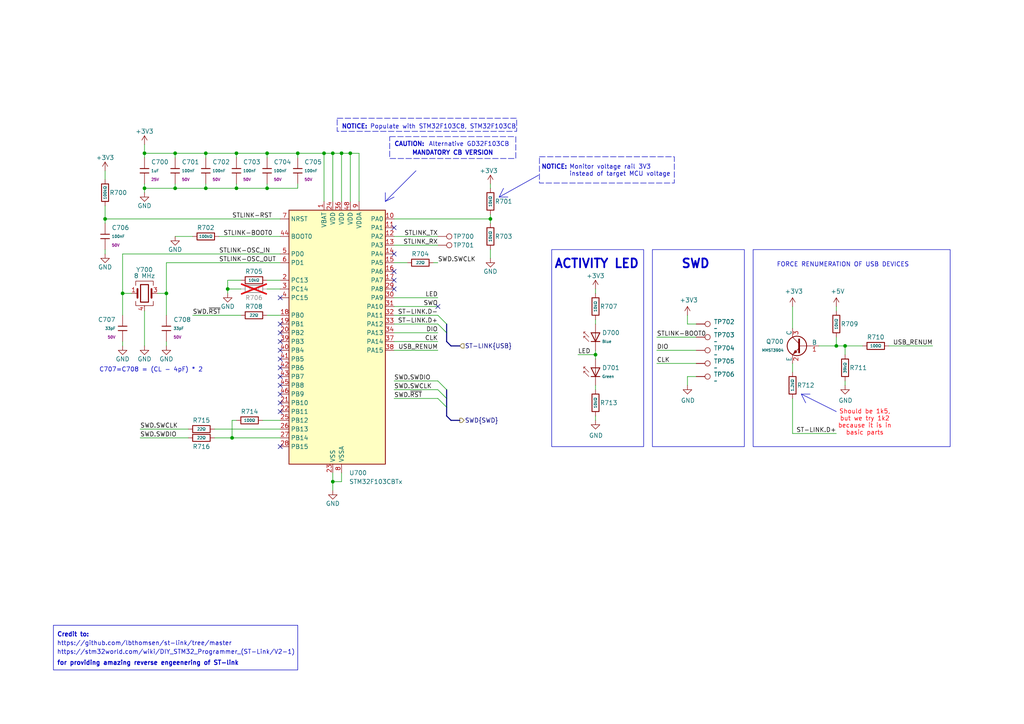
<source format=kicad_sch>
(kicad_sch (version 20231120) (generator "eeschema") (generator_version "8.0")
  (paper "A4")
  (title_block (title "ModuCard base module") (date "2025-02-18") (rev "1.0.0") (company "KoNaR") (comment 1 "Base project authors: Dominik Pluta, Artem Horiunov") (comment 2 "Project author: <author>"))
  (junction (at 66.04 83.82))
  (junction (at 41.91 44.45))
  (junction (at 68.58 54.61))
  (junction (at 30.48 63.5))
  (junction (at 86.36 44.45))
  (junction (at 93.98 44.45))
  (junction (at 41.91 54.61))
  (junction (at 101.6 44.45))
  (junction (at 68.58 44.45))
  (junction (at 77.47 44.45))
  (junction (at 245.11 100.33))
  (junction (at 50.8 44.45))
  (junction (at 35.56 85.09))
  (junction (at 172.72 102.87))
  (junction (at 99.06 44.45))
  (junction (at 59.69 44.45))
  (junction (at 67.31 127))
  (junction (at 96.52 139.7))
  (junction (at 59.69 54.61))
  (junction (at 242.57 100.33))
  (junction (at 50.8 54.61))
  (junction (at 96.52 44.45))
  (junction (at 48.26 85.09))
  (junction (at 77.47 54.61))
  (junction (at 142.24 63.5))
  (no_connect (at 114.3 73.66))
  (no_connect (at 81.28 96.52))
  (no_connect (at 81.28 104.14))
  (no_connect (at 81.28 86.36))
  (no_connect (at 81.28 119.38))
  (no_connect (at 81.28 109.22))
  (no_connect (at 114.3 83.82))
  (no_connect (at 81.28 111.76))
  (no_connect (at 81.28 129.54))
  (no_connect (at 114.3 66.04))
  (no_connect (at 81.28 93.98))
  (no_connect (at 114.3 81.28))
  (no_connect (at 127 88.9))
  (no_connect (at 81.28 99.06))
  (no_connect (at 114.3 78.74))
  (no_connect (at 81.28 116.84))
  (no_connect (at 81.28 114.3))
  (no_connect (at 81.28 101.6))
  (no_connect (at 81.28 106.68))
  (bus_entry (at 127 113.03) (size 2.54 2.54))
  (bus_entry (at 127 93.98) (size 2.54 2.54))
  (bus_entry (at 127 91.44) (size 2.54 2.54))
  (bus_entry (at 127 115.57) (size 2.54 2.54))
  (bus_entry (at 127 110.49) (size 2.54 2.54))
  (wire (pts (xy 199.39 109.22) (xy 199.39 111.76)))
  (polyline (pts (xy 242.57 119.38) (xy 232.41 114.3)))
  (wire (pts (xy 30.48 63.5) (xy 81.28 63.5)))
  (wire (pts (xy 114.3 71.12) (xy 127 71.12)))
  (bus (pts (xy 130.81 100.33) (xy 129.54 99.06)))
  (wire (pts (xy 245.11 110.49) (xy 245.11 111.76)))
  (wire (pts (xy 229.87 125.73) (xy 242.57 125.73)))
  (wire (pts (xy 242.57 100.33) (xy 245.11 100.33)))
  (bus (pts (xy 129.54 96.52) (xy 129.54 99.06)))
  (wire (pts (xy 40.64 127) (xy 54.61 127)))
  (wire (pts (xy 101.6 44.45) (xy 101.6 58.42)))
  (bus (pts (xy 130.81 121.92) (xy 133.35 121.92)))
  (wire (pts (xy 40.64 124.46) (xy 54.61 124.46)))
  (wire (pts (xy 104.14 58.42) (xy 104.14 44.45)))
  (wire (pts (xy 77.47 54.61) (xy 86.36 54.61)))
  (wire (pts (xy 41.91 41.91) (xy 41.91 44.45)))
  (wire (pts (xy 50.8 44.45) (xy 59.69 44.45)))
  (wire (pts (xy 35.56 73.66) (xy 35.56 85.09)))
  (polyline (pts (xy 111.76 55.88) (xy 111.76 58.42)))
  (wire (pts (xy 114.3 91.44) (xy 127 91.44)))
  (wire (pts (xy 68.58 53.34) (xy 68.58 54.61)))
  (wire (pts (xy 114.3 76.2) (xy 118.11 76.2)))
  (wire (pts (xy 114.3 88.9) (xy 127 88.9)))
  (wire (pts (xy 190.5 97.79) (xy 201.93 97.79)))
  (wire (pts (xy 67.31 121.92) (xy 67.31 127)))
  (wire (pts (xy 96.52 139.7) (xy 96.52 142.24)))
  (wire (pts (xy 127 101.6) (xy 114.3 101.6)))
  (wire (pts (xy 142.24 63.5) (xy 142.24 64.77)))
  (wire (pts (xy 114.3 110.49) (xy 127 110.49)))
  (bus (pts (xy 130.81 100.33) (xy 133.35 100.33)))
  (wire (pts (xy 242.57 100.33) (xy 237.49 100.33)))
  (bus (pts (xy 129.54 120.65) (xy 130.81 121.92)))
  (wire (pts (xy 104.14 44.45) (xy 101.6 44.45)))
  (wire (pts (xy 99.06 137.16) (xy 99.06 139.7)))
  (polyline (pts (xy 232.41 114.3) (xy 233.68 116.84)))
  (wire (pts (xy 35.56 73.66) (xy 81.28 73.66)))
  (wire (pts (xy 66.04 81.28) (xy 66.04 83.82)))
  (wire (pts (xy 30.48 63.5) (xy 30.48 64.77)))
  (wire (pts (xy 245.11 102.87) (xy 245.11 100.33)))
  (wire (pts (xy 67.31 121.92) (xy 68.58 121.92)))
  (wire (pts (xy 41.91 90.17) (xy 41.91 100.33)))
  (wire (pts (xy 172.72 121.92) (xy 172.72 120.65)))
  (wire (pts (xy 77.47 81.28) (xy 81.28 81.28)))
  (wire (pts (xy 77.47 44.45) (xy 86.36 44.45)))
  (wire (pts (xy 59.69 44.45) (xy 59.69 45.72)))
  (wire (pts (xy 101.6 44.45) (xy 99.06 44.45)))
  (wire (pts (xy 55.88 91.44) (xy 69.85 91.44)))
  (wire (pts (xy 270.51 100.33) (xy 257.81 100.33)))
  (wire (pts (xy 199.39 91.44) (xy 199.39 93.98)))
  (wire (pts (xy 229.87 105.41) (xy 229.87 107.95)))
  (wire (pts (xy 190.5 105.41) (xy 201.93 105.41)))
  (wire (pts (xy 59.69 44.45) (xy 68.58 44.45)))
  (wire (pts (xy 127 86.36) (xy 114.3 86.36)))
  (bus (pts (xy 129.54 115.57) (xy 129.54 113.03)))
  (wire (pts (xy 35.56 85.09) (xy 35.56 91.44)))
  (wire (pts (xy 68.58 44.45) (xy 77.47 44.45)))
  (wire (pts (xy 50.8 44.45) (xy 50.8 45.72)))
  (wire (pts (xy 96.52 139.7) (xy 99.06 139.7)))
  (wire (pts (xy 114.3 93.98) (xy 127 93.98)))
  (polyline (pts (xy 232.41 114.3) (xy 234.95 114.3)))
  (wire (pts (xy 62.23 124.46) (xy 81.28 124.46)))
  (wire (pts (xy 242.57 97.79) (xy 242.57 100.33)))
  (bus (pts (xy 129.54 118.11) (xy 129.54 120.65)))
  (wire (pts (xy 142.24 62.23) (xy 142.24 63.5)))
  (wire (pts (xy 41.91 54.61) (xy 50.8 54.61)))
  (wire (pts (xy 127 99.06) (xy 114.3 99.06)))
  (polyline (pts (xy 111.76 58.42) (xy 114.3 57.15)))
  (wire (pts (xy 99.06 44.45) (xy 99.06 58.42)))
  (wire (pts (xy 114.3 113.03) (xy 127 113.03)))
  (wire (pts (xy 63.5 68.58) (xy 81.28 68.58)))
  (wire (pts (xy 86.36 53.34) (xy 86.36 54.61)))
  (wire (pts (xy 30.48 72.39) (xy 30.48 73.66)))
  (wire (pts (xy 229.87 115.57) (xy 229.87 125.73)))
  (wire (pts (xy 172.72 85.09) (xy 172.72 83.82)))
  (wire (pts (xy 48.26 85.09) (xy 48.26 91.44)))
  (wire (pts (xy 93.98 44.45) (xy 96.52 44.45)))
  (wire (pts (xy 41.91 44.45) (xy 50.8 44.45)))
  (wire (pts (xy 81.28 83.82) (xy 77.47 83.82)))
  (wire (pts (xy 45.72 85.09) (xy 48.26 85.09)))
  (wire (pts (xy 77.47 53.34) (xy 77.47 54.61)))
  (wire (pts (xy 41.91 53.34) (xy 41.91 54.61)))
  (wire (pts (xy 142.24 53.34) (xy 142.24 54.61)))
  (wire (pts (xy 50.8 68.58) (xy 55.88 68.58)))
  (wire (pts (xy 76.2 121.92) (xy 81.28 121.92)))
  (wire (pts (xy 86.36 44.45) (xy 93.98 44.45)))
  (wire (pts (xy 114.3 68.58) (xy 127 68.58)))
  (wire (pts (xy 30.48 49.53) (xy 30.48 52.07)))
  (wire (pts (xy 67.31 127) (xy 81.28 127)))
  (wire (pts (xy 142.24 72.39) (xy 142.24 74.93)))
  (wire (pts (xy 50.8 53.34) (xy 50.8 54.61)))
  (wire (pts (xy 66.04 81.28) (xy 69.85 81.28)))
  (wire (pts (xy 77.47 44.45) (xy 77.47 45.72)))
  (wire (pts (xy 114.3 63.5) (xy 142.24 63.5)))
  (bus (pts (xy 129.54 115.57) (xy 129.54 118.11)))
  (bus (pts (xy 129.54 93.98) (xy 129.54 96.52)))
  (wire (pts (xy 48.26 76.2) (xy 81.28 76.2)))
  (wire (pts (xy 59.69 53.34) (xy 59.69 54.61)))
  (wire (pts (xy 172.72 111.76) (xy 172.72 113.03)))
  (wire (pts (xy 30.48 59.69) (xy 30.48 63.5)))
  (wire (pts (xy 242.57 88.9) (xy 242.57 90.17)))
  (wire (pts (xy 229.87 88.9) (xy 229.87 95.25)))
  (polyline (pts (xy 156.21 50.8) (xy 144.78 57.15)))
  (wire (pts (xy 66.04 83.82) (xy 66.04 85.09)))
  (wire (pts (xy 68.58 54.61) (xy 77.47 54.61)))
  (wire (pts (xy 48.26 76.2) (xy 48.26 85.09)))
  (wire (pts (xy 77.47 91.44) (xy 81.28 91.44)))
  (wire (pts (xy 250.19 100.33) (xy 245.11 100.33)))
  (polyline (pts (xy 144.78 57.15) (xy 147.32 57.15)))
  (wire (pts (xy 41.91 44.45) (xy 41.91 45.72)))
  (wire (pts (xy 41.91 54.61) (xy 41.91 55.88)))
  (wire (pts (xy 35.56 85.09) (xy 38.1 85.09)))
  (wire (pts (xy 114.3 96.52) (xy 127 96.52)))
  (wire (pts (xy 190.5 101.6) (xy 201.93 101.6)))
  (wire (pts (xy 50.8 54.61) (xy 59.69 54.61)))
  (wire (pts (xy 93.98 44.45) (xy 93.98 58.42)))
  (wire (pts (xy 199.39 93.98) (xy 201.93 93.98)))
  (wire (pts (xy 96.52 44.45) (xy 96.52 58.42)))
  (wire (pts (xy 114.3 115.57) (xy 127 115.57)))
  (wire (pts (xy 48.26 99.06) (xy 48.26 100.33)))
  (wire (pts (xy 172.72 93.98) (xy 172.72 92.71)))
  (wire (pts (xy 62.23 127) (xy 67.31 127)))
  (wire (pts (xy 68.58 44.45) (xy 68.58 45.72)))
  (polyline (pts (xy 144.78 57.15) (xy 146.05 54.61)))
  (wire (pts (xy 201.93 109.22) (xy 199.39 109.22)))
  (wire (pts (xy 172.72 102.87) (xy 167.64 102.87)))
  (wire (pts (xy 66.04 83.82) (xy 69.85 83.82)))
  (wire (pts (xy 125.73 76.2) (xy 127 76.2)))
  (wire (pts (xy 35.56 99.06) (xy 35.56 100.33)))
  (wire (pts (xy 59.69 54.61) (xy 68.58 54.61)))
  (wire (pts (xy 172.72 101.6) (xy 172.72 102.87)))
  (wire (pts (xy 96.52 137.16) (xy 96.52 139.7)))
  (wire (pts (xy 86.36 45.72) (xy 86.36 44.45)))
  (wire (pts (xy 99.06 44.45) (xy 96.52 44.45)))
  (wire (pts (xy 172.72 104.14) (xy 172.72 102.87)))
  (polyline (pts (xy 120.65 49.53) (xy 111.76 58.42)))
  (rectangle (start 218.44 72.39) (end 275.59 129.54))
  (rectangle (start 189.23 72.39) (end 215.9 129.54))
  (rectangle (start 113.03 39.624) (end 149.606 45.974) (stroke (width 0) (type dash)))
  (rectangle (start 160.02 72.39) (end 186.69 129.54))
  (rectangle (start 15.494 181.356) (end 86.36 194.31))
  (rectangle (start 156.464 45.466) (end 195.58 53.086) (stroke (width 0) (type dash)))
  (rectangle (start 97.79 34.29) (end 149.86 38.1) (stroke (width 0) (type dash)))
  (text "Alternative GD32F103CB " (at 136.525 41.91 0) (effects (font (size 1.27 1.27))))
  (text "SWD\n" (at 197.485 78.105 0) (effects (font (size 2.54 2.54) (thickness 0.508) (bold yes)) (justify left bottom)))
  (text "NOTICE:" (at 99.06 36.83 0) (effects (font (size 1.27 1.27) (bold yes)) (justify left)))
  (text "C707=C708 = (CL - 4pF) * 2\n" (at 43.815 107.315 0) (effects (font (size 1.27 1.27))))
  (text "Monitor voltage rail 3V3 \ninstead of target MCU voltage" (at 165.1 49.53 0) (effects (font (size 1.27 1.27)) (justify left)))
  (text "https://stm32world.com/wiki/DIY_STM32_Programmer_(ST-Link/V2-1)" (at 16.51 189.23 0) (effects (font (size 1.27 1.27)) (justify left)))
  (text "CAUTION:" (at 118.745 41.91 0) (effects (font (size 1.27 1.27) (bold yes))))
  (text "Populate with STM32F103C8, STM32F103CB\n" (at 107.315 36.83 0) (effects (font (size 1.27 1.27)) (justify left)))
  (text "Should be 1k5,\nbut we try 1k2\nbecause it is in\nbasic parts" (at 250.825 122.555 0) (effects (font (size 1.27 1.27))))
  (text "ACTIVITY LED\n" (at 160.655 78.105 0) (effects (font (size 2.54 2.54) (thickness 0.508) (bold yes)) (justify left bottom)))
  (text "for providing amazing reverse engeenering of ST-link\n" (at 16.51 192.405 0) (effects (font (size 1.27 1.27) (bold yes)) (justify left)))
  (text " MANDATORY CB VERSION" (at 130.81 44.45 0) (effects (font (size 1.27 1.27) (bold yes))))
  (text "FORCE RENUMERATION OF USB DEVICES" (at 244.475 76.835 0) (effects (font (size 1.27 1.27))))
  (text "https://github.com/lbthomsen/st-link/tree/master" (at 16.51 186.69 0) (effects (font (size 1.27 1.27)) (justify left)))
  (text "NOTICE:" (at 160.782 48.514 0) (effects (font (size 1.27 1.27) (bold yes))))
  (text "Credit to:" (at 16.51 184.15 0) (effects (font (size 1.27 1.27) (bold yes)) (justify left)))
  (label "STLINK_RX" (at 127 71.12 180))
  (label "STLINK-BOOT0" (at 190.5 97.79 0))
  (label "SWO" (at 127 88.9 180))
  (label "ST-LINK.D-" (at 127 91.44 180))
  (label "USB_RENUM" (at 127 101.6 180))
  (label "SWD.SWDIO" (at 114.3 110.49 0))
  (label "STLINK_TX" (at 127 68.58 180))
  (label "STLINK-BOOT0" (at 64.77 68.58 0))
  (label "SWD.SWCLK" (at 114.3 113.03 0))
  (label "SWD.SWDIO" (at 40.64 127 0))
  (label "CLK" (at 190.5 105.41 0))
  (label "LED" (at 127 86.36 180))
  (label "LED" (at 167.64 102.87 0))
  (label "STLINK-RST" (at 67.31 63.5 0))
  (label "STLINK-OSC_OUT" (at 63.5 76.2 0))
  (label "ST-LINK.D+" (at 127 93.98 180))
  (label "USB_RENUM" (at 270.51 100.33 180))
  (label "SWD.~{RST}" (at 114.3 115.57 0))
  (label "SWD.SWCLK" (at 127 76.2 0))
  (label "STLINK-OSC_IN" (at 63.5 73.66 0))
  (label "ST-LINK.D+" (at 242.57 125.73 180))
  (label "SWD.~{RST}" (at 55.88 91.44 0))
  (label "SWD.SWCLK" (at 40.64 124.46 0))
  (label "DIO" (at 190.5 101.6 0))
  (label "CLK" (at 127 99.06 180))
  (label "DIO" (at 127 96.52 180))
  (hierarchical_label "SWD{SWD}" (shape output) (at 133.35 121.92 0))
  (hierarchical_label "ST-LINK{USB}" (shape input) (at 133.35 100.33 0))
  (symbol (lib_id "PCM_JLCPCB-Capacitors:0402,33pF") (at 35.56 95.25 0) (unit 1)
    (property "Reference" "C707" (at 33.528 92.7099 0) (effects (justify right)))
    (property "Value" "33pF" (at 33.528 95.25 0) (effects (font (size 0.8 0.8)) (justify right)))
    (property "Footprint" "PCM_JLCPCB:C_0402" (effects (hide yes)))
    (property "Datasheet" "https://www.lcsc.com/datasheet/lcsc_datasheet_2304140030_FH--Guangdong-Fenghua-Advanced-Tech-0402CG330J500NT_C1562.pdf" (effects (hide yes)))
    (property "Description" "50V 33pF C0G ±5% 0402 Multilayer Ceramic Capacitors MLCC - SMD/SMT ROHS" (effects (hide yes)))
    (property "LCSC" "C1562" (effects (hide yes)))
    (property "Stock" "1088254" (effects (hide yes)))
    (property "Price" "0.004USD" (effects (hide yes)))
    (property "Process" "SMT" (effects (hide yes)))
    (property "Minimum Qty" "20" (effects (hide yes)))
    (property "Attrition Qty" "10" (effects (hide yes)))
    (property "Class" "Basic Component" (effects (hide yes)))
    (property "Category" "Capacitors,Multilayer Ceramic Capacitors MLCC - SMD/SMT" (effects (hide yes)))
    (property "Manufacturer" "FH(Guangdong Fenghua Advanced Tech)" (effects (hide yes)))
    (property "Part" "0402CG330J500NT" (effects (hide yes)))
    (property "Voltage Rated" "50V" (at 33.528 97.79 0) (effects (font (size 0.8 0.8)) (justify right)))
    (property "Tolerance" "±5%" (effects (hide yes)))
    (property "Capacitance" "33pF" (effects (hide yes)))
    (property "Temperature Coefficient" "C0G" (effects (hide yes)))
  )
  (symbol (lib_id "PCM_JLCPCB-Resistors:0402,1.2kΩ") (at 229.87 111.76 0) (unit 1)
    (property "Reference" "R712" (at 231.14 111.76 0) (effects (justify left)))
    (property "Value" "1.2kΩ" (at 229.87 111.76 90) (effects (font (size 0.8 0.8))))
    (property "Footprint" "PCM_JLCPCB:R_0402" (effects (hide yes)))
    (property "Datasheet" "https://www.lcsc.com/datasheet/lcsc_datasheet_2206010045_UNI-ROYAL-Uniroyal-Elec-0402WGF1201TCE_C25862.pdf" (effects (hide yes)))
    (property "Description" "62.5mW Thick Film Resistors 50V ±100ppm/°C ±1% 1.2kΩ 0402 Chip Resistor - Surface Mount ROHS" (effects (hide yes)))
    (property "LCSC" "C25862" (effects (hide yes)))
    (property "Stock" "236021" (effects (hide yes)))
    (property "Price" "0.004USD" (effects (hide yes)))
    (property "Process" "SMT" (effects (hide yes)))
    (property "Minimum Qty" "20" (effects (hide yes)))
    (property "Attrition Qty" "10" (effects (hide yes)))
    (property "Class" "Preferred Component" (effects (hide yes)))
    (property "Category" "Resistors,Chip Resistor - Surface Mount" (effects (hide yes)))
    (property "Manufacturer" "UNI-ROYAL(Uniroyal Elec)" (effects (hide yes)))
    (property "Part" "0402WGF1201TCE" (effects (hide yes)))
    (property "Resistance" "1.2kΩ" (effects (hide yes)))
    (property "Power(Watts)" "62.5mW" (effects (hide yes)))
    (property "Type" "Thick Film Resistors" (effects (hide yes)))
    (property "Overload Voltage (Max)" "50V" (effects (hide yes)))
    (property "Operating Temperature Range" "-55°C~+155°C" (effects (hide yes)))
    (property "Tolerance" "±1%" (effects (hide yes)))
    (property "Temperature Coefficient" "±100ppm/°C" (effects (hide yes)))
  )
  (symbol (lib_id "power:GND") (at 30.48 73.66 0) (unit 1)
    (property "Reference" "#PWR0705" (effects (hide yes)))
    (property "Value" "GND" (at 30.48 77.47 0))
  )
  (symbol (lib_id "PCM_JLCPCB-Capacitors:0402,100nF,(2)") (at 30.48 68.58 0) (unit 1)
    (property "Reference" "C706" (at 32.385 66.0399 0) (effects (justify left)))
    (property "Value" "100nF" (at 32.385 68.58 0) (effects (font (size 0.8 0.8)) (justify left)))
    (property "Footprint" "PCM_JLCPCB:C_0402" (effects (hide yes)))
    (property "Datasheet" "https://www.lcsc.com/datasheet/lcsc_datasheet_2304140030_Samsung-Electro-Mechanics-CL05B104KB54PNC_C307331.pdf" (effects (hide yes)))
    (property "Description" "50V 100nF X7R ±10% 0402 Multilayer Ceramic Capacitors MLCC - SMD/SMT ROHS" (effects (hide yes)))
    (property "LCSC" "C307331" (effects (hide yes)))
    (property "Stock" "5427590" (effects (hide yes)))
    (property "Price" "0.008USD" (effects (hide yes)))
    (property "Process" "SMT" (effects (hide yes)))
    (property "Minimum Qty" "20" (effects (hide yes)))
    (property "Attrition Qty" "10" (effects (hide yes)))
    (property "Class" "Basic Component" (effects (hide yes)))
    (property "Category" "Capacitors,Multilayer Ceramic Capacitors MLCC - SMD/SMT" (effects (hide yes)))
    (property "Manufacturer" "Samsung Electro-Mechanics" (effects (hide yes)))
    (property "Part" "CL05B104KB54PNC" (effects (hide yes)))
    (property "Voltage Rated" "50V" (at 32.385 71.12 0) (effects (font (size 0.8 0.8)) (justify left)))
    (property "Tolerance" "±10%" (effects (hide yes)))
    (property "Capacitance" "100nF" (effects (hide yes)))
    (property "Temperature Coefficient" "X7R" (effects (hide yes)))
  )
  (symbol (lib_id "power:GND") (at 41.91 55.88 0) (unit 1)
    (property "Reference" "#PWR0703" (effects (hide yes)))
    (property "Value" "GND" (at 41.91 59.69 0))
  )
  (symbol (lib_id "power:GND") (at 41.91 100.33 0) (unit 1)
    (property "Reference" "#PWR0331" (effects (hide yes)))
    (property "Value" "GND" (at 41.91 104.14 0))
  )
  (symbol (lib_id "PCM_JLCPCB-Resistors:0402,10kΩ") (at 73.66 83.82 90) (unit 1) (in_bom no) (dnp yes)
    (property "Reference" "R706" (at 73.66 86.36 90))
    (property "Value" "10kΩ" (at 73.66 83.82 90) (effects (font (size 0.8 0.8))))
    (property "Footprint" "PCM_JLCPCB:R_0402" (effects (hide yes)))
    (property "Datasheet" "https://www.lcsc.com/datasheet/lcsc_datasheet_2411221126_UNI-ROYAL-Uniroyal-Elec-0402WGF1002TCE_C25744.pdf" (effects (hide yes)))
    (property "Description" "62.5mW Thick Film Resistors 50V ±100ppm/°C ±1% 10kΩ 0402 Chip Resistor - Surface Mount ROHS" (effects (hide yes)))
    (property "LCSC" "C25744" (effects (hide yes)))
    (property "Stock" "7034931" (effects (hide yes)))
    (property "Price" "0.004USD" (effects (hide yes)))
    (property "Process" "SMT" (effects (hide yes)))
    (property "Minimum Qty" "5" (effects (hide yes)))
    (property "Attrition Qty" "0" (effects (hide yes)))
    (property "Class" "Basic Component" (effects (hide yes)))
    (property "Category" "Resistors,Chip Resistor - Surface Mount" (effects (hide yes)))
    (property "Manufacturer" "UNI-ROYAL(Uniroyal Elec)" (effects (hide yes)))
    (property "Part" "0402WGF1002TCE" (effects (hide yes)))
    (property "Resistance" "10kΩ" (effects (hide yes)))
    (property "Power(Watts)" "62.5mW" (effects (hide yes)))
    (property "Type" "Thick Film Resistors" (effects (hide yes)))
    (property "Overload Voltage (Max)" "50V" (effects (hide yes)))
    (property "Operating Temperature Range" "-55°C~+155°C" (effects (hide yes)))
    (property "Tolerance" "±1%" (effects (hide yes)))
    (property "Temperature Coefficient" "±100ppm/°C" (effects (hide yes)))
  )
  (symbol (lib_id "power:GND") (at 142.24 74.93 0) (unit 1)
    (property "Reference" "#PWR0706" (effects (hide yes)))
    (property "Value" "GND" (at 142.24 78.74 0))
  )
  (symbol (lib_id "PCM_JLCPCB-Capacitors:0402,100nF,(2)") (at 86.36 49.53 0) (unit 1)
    (property "Reference" "C705" (at 88.265 46.9899 0) (effects (justify left)))
    (property "Value" "100nF" (at 88.265 49.53 0) (effects (font (size 0.8 0.8)) (justify left)))
    (property "Footprint" "PCM_JLCPCB:C_0402" (effects (hide yes)))
    (property "Datasheet" "https://www.lcsc.com/datasheet/lcsc_datasheet_2304140030_Samsung-Electro-Mechanics-CL05B104KB54PNC_C307331.pdf" (effects (hide yes)))
    (property "Description" "50V 100nF X7R ±10% 0402 Multilayer Ceramic Capacitors MLCC - SMD/SMT ROHS" (effects (hide yes)))
    (property "LCSC" "C307331" (effects (hide yes)))
    (property "Stock" "5427590" (effects (hide yes)))
    (property "Price" "0.008USD" (effects (hide yes)))
    (property "Process" "SMT" (effects (hide yes)))
    (property "Minimum Qty" "20" (effects (hide yes)))
    (property "Attrition Qty" "10" (effects (hide yes)))
    (property "Class" "Basic Component" (effects (hide yes)))
    (property "Category" "Capacitors,Multilayer Ceramic Capacitors MLCC - SMD/SMT" (effects (hide yes)))
    (property "Manufacturer" "Samsung Electro-Mechanics" (effects (hide yes)))
    (property "Part" "CL05B104KB54PNC" (effects (hide yes)))
    (property "Voltage Rated" "50V" (at 88.265 52.07 0) (effects (font (size 0.8 0.8)) (justify left)))
    (property "Tolerance" "±10%" (effects (hide yes)))
    (property "Capacitance" "100nF" (effects (hide yes)))
    (property "Temperature Coefficient" "X7R" (effects (hide yes)))
  )
  (symbol (lib_id "power:GND") (at 48.26 100.33 0) (unit 1)
    (property "Reference" "#PWR0713" (effects (hide yes)))
    (property "Value" "GND" (at 48.26 104.14 0))
  )
  (symbol (lib_id "Connector:TestPoint") (at 201.93 101.6 270) (unit 1)
    (property "Reference" "TP704" (at 207.01 100.9649 90) (effects (justify left)))
    (property "Value" "~" (at 207.01 102.87 90) (effects (justify left)))
    (property "Footprint" "TestPoint:TestPoint_Pad_D1.0mm" (effects (hide yes)))
  )
  (symbol (lib_id "PCM_JLCPCB-Resistors:0402,22Ω") (at 73.66 91.44 90) (unit 1)
    (property "Reference" "R708" (at 73.66 88.9 90))
    (property "Value" "22Ω" (at 73.66 91.44 90) (effects (font (size 0.8 0.8))))
    (property "Footprint" "PCM_JLCPCB:R_0402" (effects (hide yes)))
    (property "Datasheet" "https://www.lcsc.com/datasheet/lcsc_datasheet_2205311900_UNI-ROYAL-Uniroyal-Elec-0402WGF220JTCE_C25092.pdf" (effects (hide yes)))
    (property "Description" "62.5mW Thick Film Resistors 50V ±1% ±100ppm/°C 22Ω 0402 Chip Resistor - Surface Mount ROHS" (effects (hide yes)))
    (property "LCSC" "C25092" (effects (hide yes)))
    (property "Stock" "2545567" (effects (hide yes)))
    (property "Price" "0.004USD" (effects (hide yes)))
    (property "Process" "SMT" (effects (hide yes)))
    (property "Minimum Qty" "20" (effects (hide yes)))
    (property "Attrition Qty" "10" (effects (hide yes)))
    (property "Class" "Basic Component" (effects (hide yes)))
    (property "Category" "Resistors,Chip Resistor - Surface Mount" (effects (hide yes)))
    (property "Manufacturer" "UNI-ROYAL(Uniroyal Elec)" (effects (hide yes)))
    (property "Part" "0402WGF220JTCE" (effects (hide yes)))
    (property "Resistance" "22Ω" (effects (hide yes)))
    (property "Power(Watts)" "62.5mW" (effects (hide yes)))
    (property "Type" "Thick Film Resistors" (effects (hide yes)))
    (property "Overload Voltage (Max)" "50V" (effects (hide yes)))
    (property "Operating Temperature Range" "-55°C~+155°C" (effects (hide yes)))
    (property "Tolerance" "±1%" (effects (hide yes)))
    (property "Temperature Coefficient" "±100ppm/°C" (effects (hide yes)))
  )
  (symbol (lib_id "power:GND") (at 50.8 68.58 0) (unit 1)
    (property "Reference" "#PWR0704" (effects (hide yes)))
    (property "Value" "GND" (at 50.8 72.39 0))
  )
  (symbol (lib_id "PCM_JLCPCB-Capacitors:0402,100nF,(2)") (at 77.47 49.53 0) (unit 1)
    (property "Reference" "C704" (at 79.375 46.9899 0) (effects (justify left)))
    (property "Value" "100nF" (at 79.375 49.53 0) (effects (font (size 0.8 0.8)) (justify left)))
    (property "Footprint" "PCM_JLCPCB:C_0402" (effects (hide yes)))
    (property "Datasheet" "https://www.lcsc.com/datasheet/lcsc_datasheet_2304140030_Samsung-Electro-Mechanics-CL05B104KB54PNC_C307331.pdf" (effects (hide yes)))
    (property "Description" "50V 100nF X7R ±10% 0402 Multilayer Ceramic Capacitors MLCC - SMD/SMT ROHS" (effects (hide yes)))
    (property "LCSC" "C307331" (effects (hide yes)))
    (property "Stock" "5427590" (effects (hide yes)))
    (property "Price" "0.008USD" (effects (hide yes)))
    (property "Process" "SMT" (effects (hide yes)))
    (property "Minimum Qty" "20" (effects (hide yes)))
    (property "Attrition Qty" "10" (effects (hide yes)))
    (property "Class" "Basic Component" (effects (hide yes)))
    (property "Category" "Capacitors,Multilayer Ceramic Capacitors MLCC - SMD/SMT" (effects (hide yes)))
    (property "Manufacturer" "Samsung Electro-Mechanics" (effects (hide yes)))
    (property "Part" "CL05B104KB54PNC" (effects (hide yes)))
    (property "Voltage Rated" "50V" (at 79.375 52.07 0) (effects (font (size 0.8 0.8)) (justify left)))
    (property "Tolerance" "±10%" (effects (hide yes)))
    (property "Capacitance" "100nF" (effects (hide yes)))
    (property "Temperature Coefficient" "X7R" (effects (hide yes)))
  )
  (symbol (lib_id "power:+3V3") (at 199.39 91.44 0) (unit 1)
    (property "Reference" "#PWR0711" (effects (hide yes)))
    (property "Value" "+3V3" (at 199.771 87.0458 0))
  )
  (symbol (lib_id "power:GND") (at 245.11 111.76 0) (unit 1)
    (property "Reference" "#PWR0715" (effects (hide yes)))
    (property "Value" "GND" (at 245.237 116.1542 0))
  )
  (symbol (lib_id "PCM_JLCPCB-Resistors:0402,10kΩ") (at 172.72 116.84 0) (unit 1)
    (property "Reference" "R713" (at 173.99 116.84 0) (effects (justify left)))
    (property "Value" "10kΩ" (at 172.72 116.84 90) (effects (font (size 0.8 0.8))))
    (property "Footprint" "PCM_JLCPCB:R_0402" (effects (hide yes)))
    (property "Datasheet" "https://www.lcsc.com/datasheet/lcsc_datasheet_2411221126_UNI-ROYAL-Uniroyal-Elec-0402WGF1002TCE_C25744.pdf" (effects (hide yes)))
    (property "Description" "62.5mW Thick Film Resistors 50V ±100ppm/°C ±1% 10kΩ 0402 Chip Resistor - Surface Mount ROHS" (effects (hide yes)))
    (property "LCSC" "C25744" (effects (hide yes)))
    (property "Stock" "7034931" (effects (hide yes)))
    (property "Price" "0.004USD" (effects (hide yes)))
    (property "Process" "SMT" (effects (hide yes)))
    (property "Minimum Qty" "5" (effects (hide yes)))
    (property "Attrition Qty" "0" (effects (hide yes)))
    (property "Class" "Basic Component" (effects (hide yes)))
    (property "Category" "Resistors,Chip Resistor - Surface Mount" (effects (hide yes)))
    (property "Manufacturer" "UNI-ROYAL(Uniroyal Elec)" (effects (hide yes)))
    (property "Part" "0402WGF1002TCE" (effects (hide yes)))
    (property "Resistance" "10kΩ" (effects (hide yes)))
    (property "Power(Watts)" "62.5mW" (effects (hide yes)))
    (property "Type" "Thick Film Resistors" (effects (hide yes)))
    (property "Overload Voltage (Max)" "50V" (effects (hide yes)))
    (property "Operating Temperature Range" "-55°C~+155°C" (effects (hide yes)))
    (property "Tolerance" "±1%" (effects (hide yes)))
    (property "Temperature Coefficient" "±100ppm/°C" (effects (hide yes)))
  )
  (symbol (lib_id "PCM_JLCPCB-Resistors:0402,22Ω") (at 121.92 76.2 90) (unit 1)
    (property "Reference" "R704" (at 121.92 73.66 90))
    (property "Value" "22Ω" (at 121.92 76.2 90) (effects (font (size 0.8 0.8))))
    (property "Footprint" "PCM_JLCPCB:R_0402" (effects (hide yes)))
    (property "Datasheet" "https://www.lcsc.com/datasheet/lcsc_datasheet_2205311900_UNI-ROYAL-Uniroyal-Elec-0402WGF220JTCE_C25092.pdf" (effects (hide yes)))
    (property "Description" "62.5mW Thick Film Resistors 50V ±1% ±100ppm/°C 22Ω 0402 Chip Resistor - Surface Mount ROHS" (effects (hide yes)))
    (property "LCSC" "C25092" (effects (hide yes)))
    (property "Stock" "2545567" (effects (hide yes)))
    (property "Price" "0.004USD" (effects (hide yes)))
    (property "Process" "SMT" (effects (hide yes)))
    (property "Minimum Qty" "20" (effects (hide yes)))
    (property "Attrition Qty" "10" (effects (hide yes)))
    (property "Class" "Basic Component" (effects (hide yes)))
    (property "Category" "Resistors,Chip Resistor - Surface Mount" (effects (hide yes)))
    (property "Manufacturer" "UNI-ROYAL(Uniroyal Elec)" (effects (hide yes)))
    (property "Part" "0402WGF220JTCE" (effects (hide yes)))
    (property "Resistance" "22Ω" (effects (hide yes)))
    (property "Power(Watts)" "62.5mW" (effects (hide yes)))
    (property "Type" "Thick Film Resistors" (effects (hide yes)))
    (property "Overload Voltage (Max)" "50V" (effects (hide yes)))
    (property "Operating Temperature Range" "-55°C~+155°C" (effects (hide yes)))
    (property "Tolerance" "±1%" (effects (hide yes)))
    (property "Temperature Coefficient" "±100ppm/°C" (effects (hide yes)))
  )
  (symbol (lib_id "PCM_JLCPCB-Capacitors:0402,100nF,(2)") (at 50.8 49.53 0) (unit 1)
    (property "Reference" "C701" (at 52.705 46.9899 0) (effects (justify left)))
    (property "Value" "100nF" (at 52.705 49.53 0) (effects (font (size 0.8 0.8)) (justify left)))
    (property "Footprint" "PCM_JLCPCB:C_0402" (effects (hide yes)))
    (property "Datasheet" "https://www.lcsc.com/datasheet/lcsc_datasheet_2304140030_Samsung-Electro-Mechanics-CL05B104KB54PNC_C307331.pdf" (effects (hide yes)))
    (property "Description" "50V 100nF X7R ±10% 0402 Multilayer Ceramic Capacitors MLCC - SMD/SMT ROHS" (effects (hide yes)))
    (property "LCSC" "C307331" (effects (hide yes)))
    (property "Stock" "5427590" (effects (hide yes)))
    (property "Price" "0.008USD" (effects (hide yes)))
    (property "Process" "SMT" (effects (hide yes)))
    (property "Minimum Qty" "20" (effects (hide yes)))
    (property "Attrition Qty" "10" (effects (hide yes)))
    (property "Class" "Basic Component" (effects (hide yes)))
    (property "Category" "Capacitors,Multilayer Ceramic Capacitors MLCC - SMD/SMT" (effects (hide yes)))
    (property "Manufacturer" "Samsung Electro-Mechanics" (effects (hide yes)))
    (property "Part" "CL05B104KB54PNC" (effects (hide yes)))
    (property "Voltage Rated" "50V" (at 52.705 52.07 0) (effects (font (size 0.8 0.8)) (justify left)))
    (property "Tolerance" "±10%" (effects (hide yes)))
    (property "Capacitance" "100nF" (effects (hide yes)))
    (property "Temperature Coefficient" "X7R" (effects (hide yes)))
  )
  (symbol (lib_id "PCM_JLCPCB-Capacitors:0402,100nF,(2)") (at 59.69 49.53 0) (unit 1)
    (property "Reference" "C702" (at 61.595 46.9899 0) (effects (justify left)))
    (property "Value" "100nF" (at 61.595 49.53 0) (effects (font (size 0.8 0.8)) (justify left)))
    (property "Footprint" "PCM_JLCPCB:C_0402" (effects (hide yes)))
    (property "Datasheet" "https://www.lcsc.com/datasheet/lcsc_datasheet_2304140030_Samsung-Electro-Mechanics-CL05B104KB54PNC_C307331.pdf" (effects (hide yes)))
    (property "Description" "50V 100nF X7R ±10% 0402 Multilayer Ceramic Capacitors MLCC - SMD/SMT ROHS" (effects (hide yes)))
    (property "LCSC" "C307331" (effects (hide yes)))
    (property "Stock" "5427590" (effects (hide yes)))
    (property "Price" "0.008USD" (effects (hide yes)))
    (property "Process" "SMT" (effects (hide yes)))
    (property "Minimum Qty" "20" (effects (hide yes)))
    (property "Attrition Qty" "10" (effects (hide yes)))
    (property "Class" "Basic Component" (effects (hide yes)))
    (property "Category" "Capacitors,Multilayer Ceramic Capacitors MLCC - SMD/SMT" (effects (hide yes)))
    (property "Manufacturer" "Samsung Electro-Mechanics" (effects (hide yes)))
    (property "Part" "CL05B104KB54PNC" (effects (hide yes)))
    (property "Voltage Rated" "50V" (at 61.595 52.07 0) (effects (font (size 0.8 0.8)) (justify left)))
    (property "Tolerance" "±10%" (effects (hide yes)))
    (property "Capacitance" "100nF" (effects (hide yes)))
    (property "Temperature Coefficient" "X7R" (effects (hide yes)))
  )
  (symbol (lib_id "Connector:TestPoint") (at 201.93 105.41 270) (unit 1)
    (property "Reference" "TP705" (at 207.01 104.7749 90) (effects (justify left)))
    (property "Value" "~" (at 207.01 106.68 90) (effects (justify left)))
    (property "Footprint" "TestPoint:TestPoint_Pad_D1.0mm" (effects (hide yes)))
  )
  (symbol (lib_id "PCM_JLCPCB-Resistors:0402,100kΩ") (at 59.69 68.58 90) (unit 1)
    (property "Reference" "R702" (at 59.69 66.04 90))
    (property "Value" "100kΩ" (at 59.69 68.58 90) (effects (font (size 0.8 0.8))))
    (property "Footprint" "PCM_JLCPCB:R_0402" (effects (hide yes)))
    (property "Datasheet" "https://www.lcsc.com/datasheet/lcsc_datasheet_2206010100_UNI-ROYAL-Uniroyal-Elec-0402WGF1003TCE_C25741.pdf" (effects (hide yes)))
    (property "Description" "62.5mW Thick Film Resistors 50V ±100ppm/°C ±1% 100kΩ 0402 Chip Resistor - Surface Mount ROHS" (effects (hide yes)))
    (property "LCSC" "C25741" (effects (hide yes)))
    (property "Stock" "5666023" (effects (hide yes)))
    (property "Price" "0.004USD" (effects (hide yes)))
    (property "Process" "SMT" (effects (hide yes)))
    (property "Minimum Qty" "20" (effects (hide yes)))
    (property "Attrition Qty" "10" (effects (hide yes)))
    (property "Class" "Basic Component" (effects (hide yes)))
    (property "Category" "Resistors,Chip Resistor - Surface Mount" (effects (hide yes)))
    (property "Manufacturer" "UNI-ROYAL(Uniroyal Elec)" (effects (hide yes)))
    (property "Part" "0402WGF1003TCE" (effects (hide yes)))
    (property "Resistance" "100kΩ" (effects (hide yes)))
    (property "Power(Watts)" "62.5mW" (effects (hide yes)))
    (property "Type" "Thick Film Resistors" (effects (hide yes)))
    (property "Overload Voltage (Max)" "50V" (effects (hide yes)))
    (property "Operating Temperature Range" "-55°C~+155°C" (effects (hide yes)))
    (property "Tolerance" "±1%" (effects (hide yes)))
    (property "Temperature Coefficient" "±100ppm/°C" (effects (hide yes)))
  )
  (symbol (lib_id "MCU_ST_STM32F1:STM32F103CBTx") (at 96.52 99.06 0) (unit 1)
    (property "Reference" "U700" (at 101.2541 137.16 0) (effects (justify left)))
    (property "Value" "STM32F103CBTx" (at 101.2541 139.7 0) (effects (justify left)))
    (property "Footprint" "Package_QFP:LQFP-48_7x7mm_P0.5mm" (effects (hide yes)))
    (property "Datasheet" "https://www.st.com/resource/en/datasheet/stm32f103cb.pdf" (effects (hide yes)))
    (property "Description" "STMicroelectronics Arm Cortex-M3 MCU, 128KB flash, 20KB RAM, 72 MHz, 2.0-3.6V, 37 GPIO, LQFP48" (effects (hide yes)))
  )
  (symbol (lib_id "power:+3V3") (at 172.72 83.82 0) (unit 1)
    (property "Reference" "#PWR0707" (effects (hide yes)))
    (property "Value" "+3V3" (at 172.72 80.01 0))
  )
  (symbol (lib_id "PCM_JLCPCB-Resistors:0402,39kΩ") (at 245.11 106.68 0) (unit 1)
    (property "Reference" "R711" (at 246.38 106.68 0) (effects (justify left)))
    (property "Value" "39kΩ" (at 245.11 106.68 90) (effects (font (size 0.8 0.8))))
    (property "Footprint" "PCM_JLCPCB:R_0402" (effects (hide yes)))
    (property "Datasheet" "https://www.lcsc.com/datasheet/lcsc_datasheet_2206010100_UNI-ROYAL-Uniroyal-Elec-0402WGF3902TCE_C25783.pdf" (effects (hide yes)))
    (property "Description" "62.5mW Thick Film Resistors 50V ±100ppm/°C ±1% 39kΩ 0402 Chip Resistor - Surface Mount ROHS" (effects (hide yes)))
    (property "LCSC" "C25783" (effects (hide yes)))
    (property "Stock" "415990" (effects (hide yes)))
    (property "Price" "0.004USD" (effects (hide yes)))
    (property "Process" "SMT" (effects (hide yes)))
    (property "Minimum Qty" "20" (effects (hide yes)))
    (property "Attrition Qty" "10" (effects (hide yes)))
    (property "Class" "Preferred Component" (effects (hide yes)))
    (property "Category" "Resistors,Chip Resistor - Surface Mount" (effects (hide yes)))
    (property "Manufacturer" "UNI-ROYAL(Uniroyal Elec)" (effects (hide yes)))
    (property "Part" "0402WGF3902TCE" (effects (hide yes)))
    (property "Resistance" "39kΩ" (effects (hide yes)))
    (property "Power(Watts)" "62.5mW" (effects (hide yes)))
    (property "Type" "Thick Film Resistors" (effects (hide yes)))
    (property "Overload Voltage (Max)" "50V" (effects (hide yes)))
    (property "Operating Temperature Range" "-55°C~+155°C" (effects (hide yes)))
    (property "Tolerance" "±1%" (effects (hide yes)))
    (property "Temperature Coefficient" "±100ppm/°C" (effects (hide yes)))
  )
  (symbol (lib_id "PCM_JLCPCB-Resistors:0402,10kΩ") (at 172.72 88.9 0) (unit 1)
    (property "Reference" "R707" (at 173.99 88.9 0) (effects (justify left)))
    (property "Value" "10kΩ" (at 172.72 88.9 90) (effects (font (size 0.8 0.8))))
    (property "Footprint" "PCM_JLCPCB:R_0402" (effects (hide yes)))
    (property "Datasheet" "https://www.lcsc.com/datasheet/lcsc_datasheet_2411221126_UNI-ROYAL-Uniroyal-Elec-0402WGF1002TCE_C25744.pdf" (effects (hide yes)))
    (property "Description" "62.5mW Thick Film Resistors 50V ±100ppm/°C ±1% 10kΩ 0402 Chip Resistor - Surface Mount ROHS" (effects (hide yes)))
    (property "LCSC" "C25744" (effects (hide yes)))
    (property "Stock" "7034931" (effects (hide yes)))
    (property "Price" "0.004USD" (effects (hide yes)))
    (property "Process" "SMT" (effects (hide yes)))
    (property "Minimum Qty" "5" (effects (hide yes)))
    (property "Attrition Qty" "0" (effects (hide yes)))
    (property "Class" "Basic Component" (effects (hide yes)))
    (property "Category" "Resistors,Chip Resistor - Surface Mount" (effects (hide yes)))
    (property "Manufacturer" "UNI-ROYAL(Uniroyal Elec)" (effects (hide yes)))
    (property "Part" "0402WGF1002TCE" (effects (hide yes)))
    (property "Resistance" "10kΩ" (effects (hide yes)))
    (property "Power(Watts)" "62.5mW" (effects (hide yes)))
    (property "Type" "Thick Film Resistors" (effects (hide yes)))
    (property "Overload Voltage (Max)" "50V" (effects (hide yes)))
    (property "Operating Temperature Range" "-55°C~+155°C" (effects (hide yes)))
    (property "Tolerance" "±1%" (effects (hide yes)))
    (property "Temperature Coefficient" "±100ppm/°C" (effects (hide yes)))
  )
  (symbol (lib_id "PCM_JLCPCB-Resistors:0402,100Ω") (at 72.39 121.92 90) (unit 1)
    (property "Reference" "R714" (at 72.39 119.38 90))
    (property "Value" "100Ω" (at 72.39 121.92 90) (effects (font (size 0.8 0.8))))
    (property "Footprint" "PCM_JLCPCB:R_0402" (effects (hide yes)))
    (property "Datasheet" "https://www.lcsc.com/datasheet/lcsc_datasheet_2205311900_UNI-ROYAL-Uniroyal-Elec-0402WGF1000TCE_C25076.pdf" (effects (hide yes)))
    (property "Description" "62.5mW Thick Film Resistors 50V ±1% ±200ppm/°C 100Ω 0402 Chip Resistor - Surface Mount ROHS" (effects (hide yes)))
    (property "LCSC" "C25076" (effects (hide yes)))
    (property "Stock" "2831654" (effects (hide yes)))
    (property "Price" "0.004USD" (effects (hide yes)))
    (property "Process" "SMT" (effects (hide yes)))
    (property "Minimum Qty" "20" (effects (hide yes)))
    (property "Attrition Qty" "10" (effects (hide yes)))
    (property "Class" "Basic Component" (effects (hide yes)))
    (property "Category" "Resistors,Chip Resistor - Surface Mount" (effects (hide yes)))
    (property "Manufacturer" "UNI-ROYAL(Uniroyal Elec)" (effects (hide yes)))
    (property "Part" "0402WGF1000TCE" (effects (hide yes)))
    (property "Resistance" "100Ω" (effects (hide yes)))
    (property "Power(Watts)" "62.5mW" (effects (hide yes)))
    (property "Type" "Thick Film Resistors" (effects (hide yes)))
    (property "Overload Voltage (Max)" "50V" (effects (hide yes)))
    (property "Operating Temperature Range" "-55°C~+155°C" (effects (hide yes)))
    (property "Tolerance" "±1%" (effects (hide yes)))
    (property "Temperature Coefficient" "±200ppm/°C" (effects (hide yes)))
  )
  (symbol (lib_id "power:GND") (at 172.72 121.92 0) (unit 1)
    (property "Reference" "#PWR0716" (effects (hide yes)))
    (property "Value" "GND" (at 172.847 126.3142 0))
  )
  (symbol (lib_id "PCM_JLCPCB-Resistors:0402,22Ω") (at 58.42 127 90) (unit 1)
    (property "Reference" "R716" (at 58.42 129.54 90))
    (property "Value" "22Ω" (at 58.42 127 90) (effects (font (size 0.8 0.8))))
    (property "Footprint" "PCM_JLCPCB:R_0402" (effects (hide yes)))
    (property "Datasheet" "https://www.lcsc.com/datasheet/lcsc_datasheet_2205311900_UNI-ROYAL-Uniroyal-Elec-0402WGF220JTCE_C25092.pdf" (effects (hide yes)))
    (property "Description" "62.5mW Thick Film Resistors 50V ±1% ±100ppm/°C 22Ω 0402 Chip Resistor - Surface Mount ROHS" (effects (hide yes)))
    (property "LCSC" "C25092" (effects (hide yes)))
    (property "Stock" "2545567" (effects (hide yes)))
    (property "Price" "0.004USD" (effects (hide yes)))
    (property "Process" "SMT" (effects (hide yes)))
    (property "Minimum Qty" "20" (effects (hide yes)))
    (property "Attrition Qty" "10" (effects (hide yes)))
    (property "Class" "Basic Component" (effects (hide yes)))
    (property "Category" "Resistors,Chip Resistor - Surface Mount" (effects (hide yes)))
    (property "Manufacturer" "UNI-ROYAL(Uniroyal Elec)" (effects (hide yes)))
    (property "Part" "0402WGF220JTCE" (effects (hide yes)))
    (property "Resistance" "22Ω" (effects (hide yes)))
    (property "Power(Watts)" "62.5mW" (effects (hide yes)))
    (property "Type" "Thick Film Resistors" (effects (hide yes)))
    (property "Overload Voltage (Max)" "50V" (effects (hide yes)))
    (property "Operating Temperature Range" "-55°C~+155°C" (effects (hide yes)))
    (property "Tolerance" "±1%" (effects (hide yes)))
    (property "Temperature Coefficient" "±100ppm/°C" (effects (hide yes)))
  )
  (symbol (lib_id "power:+3V3") (at 229.87 88.9 0) (unit 1)
    (property "Reference" "#PWR0709" (effects (hide yes)))
    (property "Value" "+3V3" (at 230.251 84.5058 0))
  )
  (symbol (lib_id "PCM_JLCPCB-Resistors:0402,22Ω") (at 58.42 124.46 90) (unit 1)
    (property "Reference" "R715" (at 58.42 121.92 90))
    (property "Value" "22Ω" (at 58.42 124.46 90) (effects (font (size 0.8 0.8))))
    (property "Footprint" "PCM_JLCPCB:R_0402" (effects (hide yes)))
    (property "Datasheet" "https://www.lcsc.com/datasheet/lcsc_datasheet_2205311900_UNI-ROYAL-Uniroyal-Elec-0402WGF220JTCE_C25092.pdf" (effects (hide yes)))
    (property "Description" "62.5mW Thick Film Resistors 50V ±1% ±100ppm/°C 22Ω 0402 Chip Resistor - Surface Mount ROHS" (effects (hide yes)))
    (property "LCSC" "C25092" (effects (hide yes)))
    (property "Stock" "2545567" (effects (hide yes)))
    (property "Price" "0.004USD" (effects (hide yes)))
    (property "Process" "SMT" (effects (hide yes)))
    (property "Minimum Qty" "20" (effects (hide yes)))
    (property "Attrition Qty" "10" (effects (hide yes)))
    (property "Class" "Basic Component" (effects (hide yes)))
    (property "Category" "Resistors,Chip Resistor - Surface Mount" (effects (hide yes)))
    (property "Manufacturer" "UNI-ROYAL(Uniroyal Elec)" (effects (hide yes)))
    (property "Part" "0402WGF220JTCE" (effects (hide yes)))
    (property "Resistance" "22Ω" (effects (hide yes)))
    (property "Power(Watts)" "62.5mW" (effects (hide yes)))
    (property "Type" "Thick Film Resistors" (effects (hide yes)))
    (property "Overload Voltage (Max)" "50V" (effects (hide yes)))
    (property "Operating Temperature Range" "-55°C~+155°C" (effects (hide yes)))
    (property "Tolerance" "±1%" (effects (hide yes)))
    (property "Temperature Coefficient" "±100ppm/°C" (effects (hide yes)))
  )
  (symbol (lib_id "Connector:TestPoint") (at 127 71.12 270) (unit 1)
    (property "Reference" "TP701" (at 131.445 71.12 90) (effects (justify left)))
    (property "Value" "TestPoint" (effects (hide yes)))
    (property "Footprint" "TestPoint:TestPoint_Pad_D1.0mm" (effects (hide yes)))
    (property "Description" "test point" (effects (hide yes)))
  )
  (symbol (lib_id "PCM_JLCPCB-Resistors:0402,100Ω") (at 254 100.33 90) (unit 1)
    (property "Reference" "R710" (at 254 97.79 90))
    (property "Value" "100Ω" (at 254 100.33 90) (effects (font (size 0.8 0.8))))
    (property "Footprint" "PCM_JLCPCB:R_0402" (effects (hide yes)))
    (property "Datasheet" "https://www.lcsc.com/datasheet/lcsc_datasheet_2205311900_UNI-ROYAL-Uniroyal-Elec-0402WGF1000TCE_C25076.pdf" (effects (hide yes)))
    (property "Description" "62.5mW Thick Film Resistors 50V ±1% ±200ppm/°C 100Ω 0402 Chip Resistor - Surface Mount ROHS" (effects (hide yes)))
    (property "LCSC" "C25076" (effects (hide yes)))
    (property "Stock" "2831654" (effects (hide yes)))
    (property "Price" "0.004USD" (effects (hide yes)))
    (property "Process" "SMT" (effects (hide yes)))
    (property "Minimum Qty" "20" (effects (hide yes)))
    (property "Attrition Qty" "10" (effects (hide yes)))
    (property "Class" "Basic Component" (effects (hide yes)))
    (property "Category" "Resistors,Chip Resistor - Surface Mount" (effects (hide yes)))
    (property "Manufacturer" "UNI-ROYAL(Uniroyal Elec)" (effects (hide yes)))
    (property "Part" "0402WGF1000TCE" (effects (hide yes)))
    (property "Resistance" "100Ω" (effects (hide yes)))
    (property "Power(Watts)" "62.5mW" (effects (hide yes)))
    (property "Type" "Thick Film Resistors" (effects (hide yes)))
    (property "Overload Voltage (Max)" "50V" (effects (hide yes)))
    (property "Operating Temperature Range" "-55°C~+155°C" (effects (hide yes)))
    (property "Tolerance" "±1%" (effects (hide yes)))
    (property "Temperature Coefficient" "±200ppm/°C" (effects (hide yes)))
  )
  (symbol (lib_id "PCM_JLCPCB-Resistors:0402,10kΩ") (at 242.57 93.98 0) (unit 1)
    (property "Reference" "R709" (at 243.84 93.98 0) (effects (justify left)))
    (property "Value" "10kΩ" (at 242.57 93.98 90) (effects (font (size 0.8 0.8))))
    (property "Footprint" "PCM_JLCPCB:R_0402" (effects (hide yes)))
    (property "Datasheet" "https://www.lcsc.com/datasheet/lcsc_datasheet_2411221126_UNI-ROYAL-Uniroyal-Elec-0402WGF1002TCE_C25744.pdf" (effects (hide yes)))
    (property "Description" "62.5mW Thick Film Resistors 50V ±100ppm/°C ±1% 10kΩ 0402 Chip Resistor - Surface Mount ROHS" (effects (hide yes)))
    (property "LCSC" "C25744" (effects (hide yes)))
    (property "Stock" "7034931" (effects (hide yes)))
    (property "Price" "0.004USD" (effects (hide yes)))
    (property "Process" "SMT" (effects (hide yes)))
    (property "Minimum Qty" "5" (effects (hide yes)))
    (property "Attrition Qty" "0" (effects (hide yes)))
    (property "Class" "Basic Component" (effects (hide yes)))
    (property "Category" "Resistors,Chip Resistor - Surface Mount" (effects (hide yes)))
    (property "Manufacturer" "UNI-ROYAL(Uniroyal Elec)" (effects (hide yes)))
    (property "Part" "0402WGF1002TCE" (effects (hide yes)))
    (property "Resistance" "10kΩ" (effects (hide yes)))
    (property "Power(Watts)" "62.5mW" (effects (hide yes)))
    (property "Type" "Thick Film Resistors" (effects (hide yes)))
    (property "Overload Voltage (Max)" "50V" (effects (hide yes)))
    (property "Operating Temperature Range" "-55°C~+155°C" (effects (hide yes)))
    (property "Tolerance" "±1%" (effects (hide yes)))
    (property "Temperature Coefficient" "±100ppm/°C" (effects (hide yes)))
  )
  (symbol (lib_id "PCM_JLCPCB-Resistors:0402,10kΩ") (at 142.24 58.42 0) (unit 1)
    (property "Reference" "R701" (at 143.51 58.42 0) (effects (justify left)))
    (property "Value" "10kΩ" (at 142.24 58.42 90) (effects (font (size 0.8 0.8))))
    (property "Footprint" "PCM_JLCPCB:R_0402" (effects (hide yes)))
    (property "Datasheet" "https://www.lcsc.com/datasheet/lcsc_datasheet_2411221126_UNI-ROYAL-Uniroyal-Elec-0402WGF1002TCE_C25744.pdf" (effects (hide yes)))
    (property "Description" "62.5mW Thick Film Resistors 50V ±100ppm/°C ±1% 10kΩ 0402 Chip Resistor - Surface Mount ROHS" (effects (hide yes)))
    (property "LCSC" "C25744" (effects (hide yes)))
    (property "Stock" "7034931" (effects (hide yes)))
    (property "Price" "0.004USD" (effects (hide yes)))
    (property "Process" "SMT" (effects (hide yes)))
    (property "Minimum Qty" "5" (effects (hide yes)))
    (property "Attrition Qty" "0" (effects (hide yes)))
    (property "Class" "Basic Component" (effects (hide yes)))
    (property "Category" "Resistors,Chip Resistor - Surface Mount" (effects (hide yes)))
    (property "Manufacturer" "UNI-ROYAL(Uniroyal Elec)" (effects (hide yes)))
    (property "Part" "0402WGF1002TCE" (effects (hide yes)))
    (property "Resistance" "10kΩ" (effects (hide yes)))
    (property "Power(Watts)" "62.5mW" (effects (hide yes)))
    (property "Type" "Thick Film Resistors" (effects (hide yes)))
    (property "Overload Voltage (Max)" "50V" (effects (hide yes)))
    (property "Operating Temperature Range" "-55°C~+155°C" (effects (hide yes)))
    (property "Tolerance" "±1%" (effects (hide yes)))
    (property "Temperature Coefficient" "±100ppm/°C" (effects (hide yes)))
  )
  (symbol (lib_id "power:GND") (at 96.52 142.24 0) (unit 1)
    (property "Reference" "#PWR0717" (effects (hide yes)))
    (property "Value" "GND" (at 96.52 146.05 0))
  )
  (symbol (lib_id "Connector:TestPoint") (at 201.93 93.98 270) (unit 1)
    (property "Reference" "TP702" (at 207.01 93.3449 90) (effects (justify left)))
    (property "Value" "~" (at 207.01 95.25 90) (effects (justify left)))
    (property "Footprint" "TestPoint:TestPoint_Pad_D1.0mm" (effects (hide yes)))
  )
  (symbol (lib_id "Connector:TestPoint") (at 201.93 97.79 270) (unit 1)
    (property "Reference" "TP703" (at 207.01 97.1549 90) (effects (justify left)))
    (property "Value" "~" (at 207.01 99.06 90) (effects (justify left)))
    (property "Footprint" "TestPoint:TestPoint_Pad_D1.0mm" (effects (hide yes)))
  )
  (symbol (lib_id "PCM_JLCPCB-Diodes:LED,0603,Green") (at 172.72 107.95 0) (unit 1)
    (property "Reference" "D701" (at 174.625 106.68 0) (effects (justify left)))
    (property "Value" "Green" (at 174.625 109.2201 0) (effects (font (size 0.8 0.8)) (justify left)))
    (property "Footprint" "PCM_JLCPCB:D_0603" (effects (hide yes)))
    (property "Datasheet" "https://wmsc.lcsc.com/wmsc/upload/file/pdf/v2/lcsc/2207051802_Everlight-Elec-19-217-GHC-YR1S2-6T_C2986059.pdf" (effects (hide yes)))
    (property "Description" "0603 LED Indication - Discrete ROHS" (effects (hide yes)))
    (property "LCSC" "C2986059" (effects (hide yes)))
    (property "Stock" "229216" (effects (hide yes)))
    (property "Price" "0.022USD" (effects (hide yes)))
    (property "Process" "SMT" (effects (hide yes)))
    (property "Minimum Qty" "20" (effects (hide yes)))
    (property "Attrition Qty" "8" (effects (hide yes)))
    (property "Class" "Preferred Component" (effects (hide yes)))
    (property "Category" "Optocoupler/LED/Digital Tube/Photoelectric Device,Light Emitting Diodes (LED)" (effects (hide yes)))
    (property "Manufacturer" "Everlight Elec" (effects (hide yes)))
    (property "Part" "19-217/GHC-YR1S2/6T" (effects (hide yes)))
  )
  (symbol (lib_id "power:GND") (at 35.56 100.33 0) (unit 1)
    (property "Reference" "#PWR0712" (effects (hide yes)))
    (property "Value" "GND" (at 35.56 104.14 0))
  )
  (symbol (lib_id "PCM_JLCPCB-Capacitors:0402,33pF") (at 48.26 95.25 0) (unit 1)
    (property "Reference" "C708" (at 50.292 92.7099 0) (effects (justify left)))
    (property "Value" "33pF" (at 50.292 95.25 0) (effects (font (size 0.8 0.8)) (justify left)))
    (property "Footprint" "PCM_JLCPCB:C_0402" (effects (hide yes)))
    (property "Datasheet" "https://www.lcsc.com/datasheet/lcsc_datasheet_2304140030_FH--Guangdong-Fenghua-Advanced-Tech-0402CG330J500NT_C1562.pdf" (effects (hide yes)))
    (property "Description" "50V 33pF C0G ±5% 0402 Multilayer Ceramic Capacitors MLCC - SMD/SMT ROHS" (effects (hide yes)))
    (property "LCSC" "C1562" (effects (hide yes)))
    (property "Stock" "1088254" (effects (hide yes)))
    (property "Price" "0.004USD" (effects (hide yes)))
    (property "Process" "SMT" (effects (hide yes)))
    (property "Minimum Qty" "20" (effects (hide yes)))
    (property "Attrition Qty" "10" (effects (hide yes)))
    (property "Class" "Basic Component" (effects (hide yes)))
    (property "Category" "Capacitors,Multilayer Ceramic Capacitors MLCC - SMD/SMT" (effects (hide yes)))
    (property "Manufacturer" "FH(Guangdong Fenghua Advanced Tech)" (effects (hide yes)))
    (property "Part" "0402CG330J500NT" (effects (hide yes)))
    (property "Voltage Rated" "50V" (at 50.292 97.79 0) (effects (font (size 0.8 0.8)) (justify left)))
    (property "Tolerance" "±5%" (effects (hide yes)))
    (property "Capacitance" "33pF" (effects (hide yes)))
    (property "Temperature Coefficient" "C0G" (effects (hide yes)))
  )
  (symbol (lib_id "PCM_JLCPCB-Capacitors:0402,1uF") (at 41.91 49.53 0) (unit 1)
    (property "Reference" "C700" (at 43.815 46.9899 0) (effects (justify left)))
    (property "Value" "1uF" (at 43.815 49.53 0) (effects (font (size 0.8 0.8)) (justify left)))
    (property "Footprint" "PCM_JLCPCB:C_0402" (effects (hide yes)))
    (property "Datasheet" "https://www.lcsc.com/datasheet/lcsc_datasheet_2304140030_Samsung-Electro-Mechanics-CL05A105KA5NQNC_C52923.pdf" (effects (hide yes)))
    (property "Description" "25V 1uF X5R ±10% 0402 Multilayer Ceramic Capacitors MLCC - SMD/SMT ROHS" (effects (hide yes)))
    (property "LCSC" "C52923" (effects (hide yes)))
    (property "Stock" "8480407" (effects (hide yes)))
    (property "Price" "0.006USD" (effects (hide yes)))
    (property "Process" "SMT" (effects (hide yes)))
    (property "Minimum Qty" "20" (effects (hide yes)))
    (property "Attrition Qty" "10" (effects (hide yes)))
    (property "Class" "Basic Component" (effects (hide yes)))
    (property "Category" "Capacitors,Multilayer Ceramic Capacitors MLCC - SMD/SMT" (effects (hide yes)))
    (property "Manufacturer" "Samsung Electro-Mechanics" (effects (hide yes)))
    (property "Part" "CL05A105KA5NQNC" (effects (hide yes)))
    (property "Voltage Rated" "25V" (at 43.815 52.07 0) (effects (font (size 0.8 0.8)) (justify left)))
    (property "Tolerance" "±10%" (effects (hide yes)))
    (property "Capacitance" "1uF" (effects (hide yes)))
    (property "Temperature Coefficient" "X5R" (effects (hide yes)))
  )
  (symbol (lib_id "PCM_JLCPCB-Transistors:NPN,MMST3904") (at 232.41 100.33 0) (mirror y) (unit 1)
    (property "Reference" "Q700" (at 227.33 99.0599 0) (effects (justify left)))
    (property "Value" "MMST3904" (at 227.33 101.6 0) (effects (font (size 0.8 0.8)) (justify left)))
    (property "Footprint" "PCM_JLCPCB:Q_SOT-323" (effects (hide yes)))
    (property "Datasheet" "https://wmsc.lcsc.com/wmsc/upload/file/pdf/v2/lcsc/2404261206_hongjiacheng-MMST3904_C22388837.pdf" (effects (hide yes)))
    (property "Description" "40V 200mW 40@0.1mA,1.0V 200mA NPN SOT-323 Bipolar (BJT) ROHS" (effects (hide yes)))
    (property "LCSC" "C22388837" (effects (hide yes)))
    (property "Stock" "32529" (effects (hide yes)))
    (property "Price" "0.017USD" (effects (hide yes)))
    (property "Process" "SMT" (effects (hide yes)))
    (property "Minimum Qty" "10" (effects (hide yes)))
    (property "Attrition Qty" "4" (effects (hide yes)))
    (property "Class" "Preferred Component" (effects (hide yes)))
    (property "Category" "Transistors/Thyristors,Bipolar (BJT)" (effects (hide yes)))
    (property "Manufacturer" "hongjiacheng" (effects (hide yes)))
    (property "Part" "MMST3904" (effects (hide yes)))
    (property "Transition Frequency (fT)" "300MHz" (effects (hide yes)))
    (property "Operating Temperature" "-55°C~+150°C" (effects (hide yes)))
    (property "Collector Cut-Off Current (Icbo)" "60nA" (effects (hide yes)))
    (property "Transistor Type" "NPN" (effects (hide yes)))
    (property "DC Current Gain (hFE@Ic,Vce)" "40@0.1mA,1.0V" (effects (hide yes)))
    (property "Power Dissipation (Pd)" "200mW" (effects (hide yes)))
    (property "Collector Current (Ic)" "200mA" (effects (hide yes)))
    (property "Collector-Emitter Saturation Voltage (VCE(sat)@Ic,Ib)" "0.25V@10mA,1.0mA" (effects (hide yes)))
    (property "Collector-Emitter Breakdown Voltage (Vceo)" "40V" (effects (hide yes)))
  )
  (symbol (lib_id "power:GND") (at 199.39 111.76 0) (unit 1)
    (property "Reference" "#PWR0714" (effects (hide yes)))
    (property "Value" "GND" (at 199.517 116.1542 0))
  )
  (symbol (lib_id "PCM_JLCPCB-Resistors:0402,10kΩ") (at 73.66 81.28 90) (unit 1)
    (property "Reference" "R705" (at 73.66 78.74 90))
    (property "Value" "10kΩ" (at 73.66 81.28 90) (effects (font (size 0.8 0.8))))
    (property "Footprint" "PCM_JLCPCB:R_0402" (effects (hide yes)))
    (property "Datasheet" "https://www.lcsc.com/datasheet/lcsc_datasheet_2411221126_UNI-ROYAL-Uniroyal-Elec-0402WGF1002TCE_C25744.pdf" (effects (hide yes)))
    (property "Description" "62.5mW Thick Film Resistors 50V ±100ppm/°C ±1% 10kΩ 0402 Chip Resistor - Surface Mount ROHS" (effects (hide yes)))
    (property "LCSC" "C25744" (effects (hide yes)))
    (property "Stock" "7034931" (effects (hide yes)))
    (property "Price" "0.004USD" (effects (hide yes)))
    (property "Process" "SMT" (effects (hide yes)))
    (property "Minimum Qty" "5" (effects (hide yes)))
    (property "Attrition Qty" "0" (effects (hide yes)))
    (property "Class" "Basic Component" (effects (hide yes)))
    (property "Category" "Resistors,Chip Resistor - Surface Mount" (effects (hide yes)))
    (property "Manufacturer" "UNI-ROYAL(Uniroyal Elec)" (effects (hide yes)))
    (property "Part" "0402WGF1002TCE" (effects (hide yes)))
    (property "Resistance" "10kΩ" (effects (hide yes)))
    (property "Power(Watts)" "62.5mW" (effects (hide yes)))
    (property "Type" "Thick Film Resistors" (effects (hide yes)))
    (property "Overload Voltage (Max)" "50V" (effects (hide yes)))
    (property "Operating Temperature Range" "-55°C~+155°C" (effects (hide yes)))
    (property "Tolerance" "±1%" (effects (hide yes)))
    (property "Temperature Coefficient" "±100ppm/°C" (effects (hide yes)))
  )
  (symbol (lib_id "power:GND") (at 66.04 85.09 0) (unit 1)
    (property "Reference" "#PWR0708" (effects (hide yes)))
    (property "Value" "GND" (at 66.04 88.9 0))
  )
  (symbol (lib_id "Connector:TestPoint") (at 127 68.58 270) (unit 1)
    (property "Reference" "TP700" (at 131.445 68.58 90) (effects (justify left)))
    (property "Value" "TestPoint" (effects (hide yes)))
    (property "Footprint" "TestPoint:TestPoint_Pad_D1.0mm" (effects (hide yes)))
    (property "Description" "test point" (effects (hide yes)))
  )
  (symbol (lib_id "Connector:TestPoint") (at 201.93 109.22 270) (unit 1)
    (property "Reference" "TP706" (at 207.01 108.5849 90) (effects (justify left)))
    (property "Value" "~" (at 207.01 110.49 90) (effects (justify left)))
    (property "Footprint" "TestPoint:TestPoint_Pad_D1.0mm" (effects (hide yes)))
  )
  (symbol (lib_id "power:+3V3") (at 30.48 49.53 0) (unit 1)
    (property "Reference" "#PWR0701" (effects (hide yes)))
    (property "Value" "+3V3" (at 30.48 45.72 0))
  )
  (symbol (lib_id "power:+5V") (at 242.57 88.9 0) (unit 1)
    (property "Reference" "#PWR0710" (effects (hide yes)))
    (property "Value" "+5V" (at 242.951 84.5058 0))
  )
  (symbol (lib_id "PCM_JLCPCB-Resistors:0402,100kΩ") (at 30.48 55.88 0) (unit 1)
    (property "Reference" "R700" (at 31.75 55.88 0) (effects (justify left)))
    (property "Value" "100kΩ" (at 30.48 55.88 90) (effects (font (size 0.8 0.8))))
    (property "Footprint" "PCM_JLCPCB:R_0402" (effects (hide yes)))
    (property "Datasheet" "https://www.lcsc.com/datasheet/lcsc_datasheet_2206010100_UNI-ROYAL-Uniroyal-Elec-0402WGF1003TCE_C25741.pdf" (effects (hide yes)))
    (property "Description" "62.5mW Thick Film Resistors 50V ±100ppm/°C ±1% 100kΩ 0402 Chip Resistor - Surface Mount ROHS" (effects (hide yes)))
    (property "LCSC" "C25741" (effects (hide yes)))
    (property "Stock" "5666023" (effects (hide yes)))
    (property "Price" "0.004USD" (effects (hide yes)))
    (property "Process" "SMT" (effects (hide yes)))
    (property "Minimum Qty" "20" (effects (hide yes)))
    (property "Attrition Qty" "10" (effects (hide yes)))
    (property "Class" "Basic Component" (effects (hide yes)))
    (property "Category" "Resistors,Chip Resistor - Surface Mount" (effects (hide yes)))
    (property "Manufacturer" "UNI-ROYAL(Uniroyal Elec)" (effects (hide yes)))
    (property "Part" "0402WGF1003TCE" (effects (hide yes)))
    (property "Resistance" "100kΩ" (effects (hide yes)))
    (property "Power(Watts)" "62.5mW" (effects (hide yes)))
    (property "Type" "Thick Film Resistors" (effects (hide yes)))
    (property "Overload Voltage (Max)" "50V" (effects (hide yes)))
    (property "Operating Temperature Range" "-55°C~+155°C" (effects (hide yes)))
    (property "Tolerance" "±1%" (effects (hide yes)))
    (property "Temperature Coefficient" "±100ppm/°C" (effects (hide yes)))
  )
  (symbol (lib_id "PCM_JLCPCB-Resistors:0402,10kΩ") (at 142.24 68.58 0) (unit 1)
    (property "Reference" "R703" (at 143.51 68.58 0) (effects (justify left)))
    (property "Value" "10kΩ" (at 142.24 68.58 90) (effects (font (size 0.8 0.8))))
    (property "Footprint" "PCM_JLCPCB:R_0402" (effects (hide yes)))
    (property "Datasheet" "https://www.lcsc.com/datasheet/lcsc_datasheet_2411221126_UNI-ROYAL-Uniroyal-Elec-0402WGF1002TCE_C25744.pdf" (effects (hide yes)))
    (property "Description" "62.5mW Thick Film Resistors 50V ±100ppm/°C ±1% 10kΩ 0402 Chip Resistor - Surface Mount ROHS" (effects (hide yes)))
    (property "LCSC" "C25744" (effects (hide yes)))
    (property "Stock" "7034931" (effects (hide yes)))
    (property "Price" "0.004USD" (effects (hide yes)))
    (property "Process" "SMT" (effects (hide yes)))
    (property "Minimum Qty" "5" (effects (hide yes)))
    (property "Attrition Qty" "0" (effects (hide yes)))
    (property "Class" "Basic Component" (effects (hide yes)))
    (property "Category" "Resistors,Chip Resistor - Surface Mount" (effects (hide yes)))
    (property "Manufacturer" "UNI-ROYAL(Uniroyal Elec)" (effects (hide yes)))
    (property "Part" "0402WGF1002TCE" (effects (hide yes)))
    (property "Resistance" "10kΩ" (effects (hide yes)))
    (property "Power(Watts)" "62.5mW" (effects (hide yes)))
    (property "Type" "Thick Film Resistors" (effects (hide yes)))
    (property "Overload Voltage (Max)" "50V" (effects (hide yes)))
    (property "Operating Temperature Range" "-55°C~+155°C" (effects (hide yes)))
    (property "Tolerance" "±1%" (effects (hide yes)))
    (property "Temperature Coefficient" "±100ppm/°C" (effects (hide yes)))
  )
  (symbol (lib_id "PCM_JLCPCB-Capacitors:0402,100nF,(2)") (at 68.58 49.53 0) (unit 1)
    (property "Reference" "C703" (at 70.485 46.9899 0) (effects (justify left)))
    (property "Value" "100nF" (at 70.485 49.53 0) (effects (font (size 0.8 0.8)) (justify left)))
    (property "Footprint" "PCM_JLCPCB:C_0402" (effects (hide yes)))
    (property "Datasheet" "https://www.lcsc.com/datasheet/lcsc_datasheet_2304140030_Samsung-Electro-Mechanics-CL05B104KB54PNC_C307331.pdf" (effects (hide yes)))
    (property "Description" "50V 100nF X7R ±10% 0402 Multilayer Ceramic Capacitors MLCC - SMD/SMT ROHS" (effects (hide yes)))
    (property "LCSC" "C307331" (effects (hide yes)))
    (property "Stock" "5427590" (effects (hide yes)))
    (property "Price" "0.008USD" (effects (hide yes)))
    (property "Process" "SMT" (effects (hide yes)))
    (property "Minimum Qty" "20" (effects (hide yes)))
    (property "Attrition Qty" "10" (effects (hide yes)))
    (property "Class" "Basic Component" (effects (hide yes)))
    (property "Category" "Capacitors,Multilayer Ceramic Capacitors MLCC - SMD/SMT" (effects (hide yes)))
    (property "Manufacturer" "Samsung Electro-Mechanics" (effects (hide yes)))
    (property "Part" "CL05B104KB54PNC" (effects (hide yes)))
    (property "Voltage Rated" "50V" (at 70.485 52.07 0) (effects (font (size 0.8 0.8)) (justify left)))
    (property "Tolerance" "±10%" (effects (hide yes)))
    (property "Capacitance" "100nF" (effects (hide yes)))
    (property "Temperature Coefficient" "X7R" (effects (hide yes)))
  )
  (symbol (lib_id "power:+3V3") (at 142.24 53.34 0) (unit 1)
    (property "Reference" "#PWR0702" (effects (hide yes)))
    (property "Value" "+3V3" (at 141.732 49.53 0))
  )
  (symbol (lib_id "power:+3V3") (at 41.91 41.91 0) (unit 1)
    (property "Reference" "#PWR0700" (effects (hide yes)))
    (property "Value" "+3V3" (at 41.91 38.1 0))
  )
  (symbol (lib_id "Device:Crystal_GND24") (at 41.91 85.09 0) (unit 1)
    (property "Reference" "Y700" (at 41.91 78.232 0))
    (property "Value" "8 MHz" (at 41.91 80.01 0))
    (property "Footprint" "PCM_JLCPCB:CRYSTAL-SMD_4P-L3.2-W2.5-BL" (effects (hide yes)))
    (property "Description" "Four pin crystal, GND on pins 2 and 4" (effects (hide yes)))
  )
  (symbol (lib_id "PCM_JLCPCB-Diodes:LED,0603,Blue") (at 172.72 97.79 0) (unit 1)
    (property "Reference" "D700" (at 174.625 96.52 0) (effects (justify left)))
    (property "Value" "Blue" (at 174.625 99.0601 0) (effects (font (size 0.8 0.8)) (justify left)))
    (property "Footprint" "PCM_JLCPCB:D_0603" (effects (hide yes)))
    (property "Datasheet" "https://wmsc.lcsc.com/wmsc/upload/file/pdf/v2/lcsc/2205171716_Everlight-Elec-19-217-BHC-ZL1M2RY-6T_C2986058.pdf" (effects (hide yes)))
    (property "Description" "0603 LED Indication - Discrete ROHS" (effects (hide yes)))
    (property "LCSC" "C2986058" (effects (hide yes)))
    (property "Stock" "226951" (effects (hide yes)))
    (property "Price" "0.018USD" (effects (hide yes)))
    (property "Process" "SMT" (effects (hide yes)))
    (property "Minimum Qty" "20" (effects (hide yes)))
    (property "Attrition Qty" "8" (effects (hide yes)))
    (property "Class" "Preferred Component" (effects (hide yes)))
    (property "Category" "Solders / Accessories / Batteries,Pre-ordered Products" (effects (hide yes)))
    (property "Manufacturer" "Everlight Elec" (effects (hide yes)))
    (property "Part" "19-217/BHC-ZL1M2RY/6T" (effects (hide yes)))
  )
)
</source>
